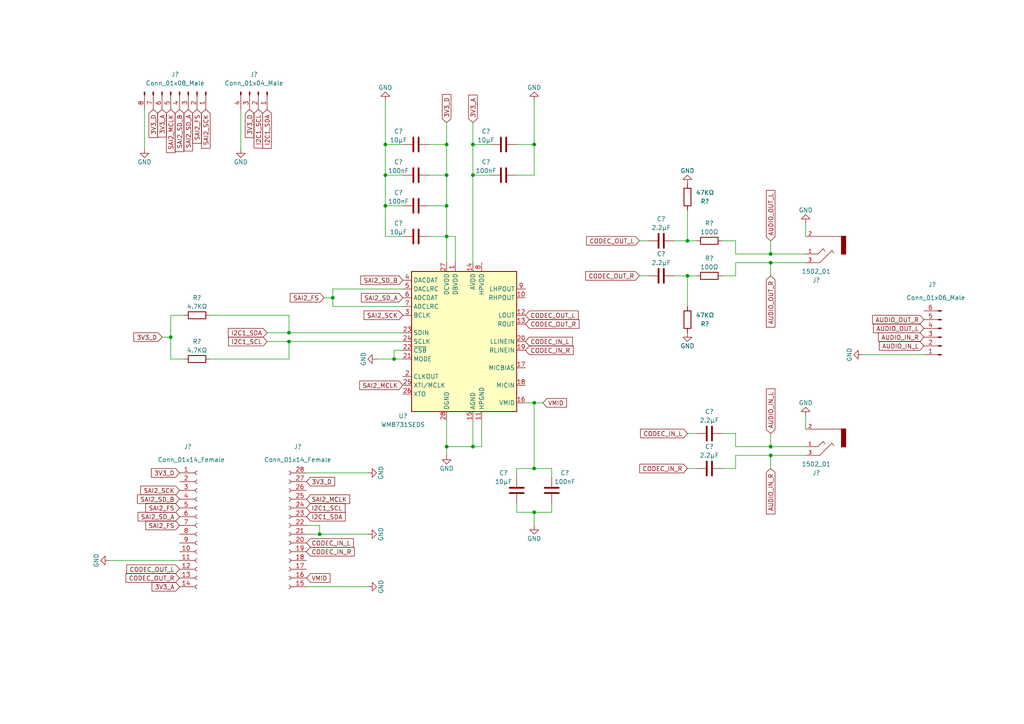
<source format=kicad_sch>
(kicad_sch (version 20211123) (generator eeschema)
  (paper "A4")
  (title_block (title "Daisy Seed Development Kit External Codec") (date "2023-11-08") (rev "1.0.1"))
  (lib_symbols
    (symbol "1502_01:1502_01" (pin_names (offset 1.016))
      (property "Reference" "J4" (at -2.0189 10.16 0))
      (property "Value" "1502_01" (at -2.0189 7.62 0))
      (symbol "1502_01_0_0"
        (polyline (pts (xy -2.54 -2.54) (xy 5.207 -2.54)) (stroke (width 0.1524)))
        (polyline (pts (xy -2.54 2.54) (xy -1.524 2.54)) (stroke (width 0.1524)))
        (polyline (pts (xy -2.54 5.08) (xy -1.016 5.08)) (stroke (width 0.1524)))
        (polyline (pts (xy -1.524 2.54) (xy 0 1.016)) (stroke (width 0.1524)))
        (polyline (pts (xy -1.016 5.08) (xy 2.54 1.524)) (stroke (width 0.1524)))
        (polyline (pts (xy 0 1.016) (xy 0.508 1.778)) (stroke (width 0.1524)))
        (polyline (pts (xy 2.54 1.524) (xy 3.048 2.286)) (stroke (width 0.1524)))
        (rectangle (start 5.207 -2.667) (end 6.604 2.667) (stroke (width 0.1)) (fill (type outline)))
        (pin passive line (at -5.08 2.54 0) (length 2.54) (name "~") (number "1"))
        (pin passive line (at -5.08 -2.54 0) (length 2.54) (name "~") (number "2"))
        (pin passive line (at -5.08 5.08 0) (length 2.54) (name "~") (number "3"))
      )
    )
    (symbol "1502_01_1" (pin_names (offset 1.016))
      (property "Reference" "J3" (at -2.0189 10.16 0))
      (property "Value" "1502_01" (at -2.0189 7.62 0))
      (symbol "1502_01_1_0_0"
        (polyline (pts (xy -2.54 -2.54) (xy 5.207 -2.54)) (stroke (width 0.1524)))
        (polyline (pts (xy -2.54 2.54) (xy -1.524 2.54)) (stroke (width 0.1524)))
        (polyline (pts (xy -2.54 5.08) (xy -1.016 5.08)) (stroke (width 0.1524)))
        (polyline (pts (xy -1.524 2.54) (xy 0 1.016)) (stroke (width 0.1524)))
        (polyline (pts (xy -1.016 5.08) (xy 2.54 1.524)) (stroke (width 0.1524)))
        (polyline (pts (xy 0 1.016) (xy 0.508 1.778)) (stroke (width 0.1524)))
        (polyline (pts (xy 2.54 1.524) (xy 3.048 2.286)) (stroke (width 0.1524)))
        (rectangle (start 5.207 -2.667) (end 6.604 2.667) (stroke (width 0.1)) (fill (type outline)))
        (pin passive line (at -5.08 2.54 0) (length 2.54) (name "~") (number "1"))
        (pin passive line (at -5.08 -2.54 0) (length 2.54) (name "~") (number "2"))
        (pin passive line (at -5.08 5.08 0) (length 2.54) (name "~") (number "3"))
      )
    )
    (symbol "Audio:WM8731SEDS"
      (property "Reference" "U" (at -13.97 21.59 0))
      (property "Value" "WM8731SEDS" (at 0 5.08 0))
      (symbol "WM8731SEDS_0_1"
        (rectangle (start -15.24 20.32) (end 15.24 -20.32) (stroke (width 0.254)) (fill (type background)))
      )
      (symbol "WM8731SEDS_1_1"
        (pin power_in line (at -2.54 22.86 270) (length 2.54) (name "DBVDD") (number "1"))
        (pin output line (at 17.78 12.7 180) (length 2.54) (name "RHPOUT") (number "10"))
        (pin power_in line (at 5.08 -22.86 90) (length 2.54) (name "HPGND") (number "11"))
        (pin output line (at 17.78 7.62 180) (length 2.54) (name "LOUT") (number "12"))
        (pin output line (at 17.78 5.08 180) (length 2.54) (name "ROUT") (number "13"))
        (pin power_in line (at 2.54 22.86 270) (length 2.54) (name "AVDD") (number "14"))
        (pin power_in line (at 2.54 -22.86 90) (length 2.54) (name "AGND") (number "15"))
        (pin passive line (at 17.78 -17.78 180) (length 2.54) (name "VMID") (number "16"))
        (pin output line (at 17.78 -7.62 180) (length 2.54) (name "MICBIAS") (number "17"))
        (pin input line (at 17.78 -12.7 180) (length 2.54) (name "MICIN") (number "18"))
        (pin input line (at 17.78 -2.54 180) (length 2.54) (name "RLINEIN") (number "19"))
        (pin output line (at -17.78 -10.16 0) (length 2.54) (name "CLKOUT") (number "2"))
        (pin input line (at 17.78 0 180) (length 2.54) (name "LLINEIN") (number "20"))
        (pin input line (at -17.78 -5.08 0) (length 2.54) (name "MODE") (number "21"))
        (pin input line (at -17.78 -2.54 0) (length 2.54) (name "~{CSB}") (number "22"))
        (pin bidirectional line (at -17.78 2.54 0) (length 2.54) (name "SDIN") (number "23"))
        (pin input line (at -17.78 0 0) (length 2.54) (name "SCLK") (number "24"))
        (pin input line (at -17.78 -12.7 0) (length 2.54) (name "XTI/MCLK") (number "25"))
        (pin output line (at -17.78 -15.24 0) (length 2.54) (name "XTO") (number "26"))
        (pin power_in line (at -5.08 22.86 270) (length 2.54) (name "DCVDD") (number "27"))
        (pin power_in line (at -5.08 -22.86 90) (length 2.54) (name "DGND") (number "28"))
        (pin bidirectional line (at -17.78 7.62 0) (length 2.54) (name "BCLK") (number "3"))
        (pin input line (at -17.78 17.78 0) (length 2.54) (name "DACDAT") (number "4"))
        (pin bidirectional line (at -17.78 15.24 0) (length 2.54) (name "DACLRC") (number "5"))
        (pin output line (at -17.78 12.7 0) (length 2.54) (name "ADCDAT") (number "6"))
        (pin bidirectional line (at -17.78 10.16 0) (length 2.54) (name "ADCLRC") (number "7"))
        (pin power_in line (at 5.08 22.86 270) (length 2.54) (name "HPVDD") (number "8"))
        (pin output line (at 17.78 15.24 180) (length 2.54) (name "LHPOUT") (number "9"))
      )
    )
    (symbol "Conn_01x14_Female_1" (pin_names (offset 1.016) hide)
      (property "Reference" "J?" (at 2.54 25.4 0))
      (property "Value" "Conn_01x14_Female_1" (at 2.54 21.59 0))
      (symbol "Conn_01x14_Female_1_1_1"
        (arc (start 0 -17.272) (mid -0.508 -17.78) (end 0 -18.288) (stroke (width 0.1524)))
        (arc (start 0 -14.732) (mid -0.508 -15.24) (end 0 -15.748) (stroke (width 0.1524)))
        (arc (start 0 -12.192) (mid -0.508 -12.7) (end 0 -13.208) (stroke (width 0.1524)))
        (arc (start 0 -9.652) (mid -0.508 -10.16) (end 0 -10.668) (stroke (width 0.1524)))
        (arc (start 0 -7.112) (mid -0.508 -7.62) (end 0 -8.128) (stroke (width 0.1524)))
        (arc (start 0 -4.572) (mid -0.508 -5.08) (end 0 -5.588) (stroke (width 0.1524)))
        (arc (start 0 -2.032) (mid -0.508 -2.54) (end 0 -3.048) (stroke (width 0.1524)))
        (polyline (pts (xy -1.27 -17.78) (xy -0.508 -17.78)) (stroke (width 0.1524)))
        (polyline (pts (xy -1.27 -15.24) (xy -0.508 -15.24)) (stroke (width 0.1524)))
        (polyline (pts (xy -1.27 -12.7) (xy -0.508 -12.7)) (stroke (width 0.1524)))
        (polyline (pts (xy -1.27 -10.16) (xy -0.508 -10.16)) (stroke (width 0.1524)))
        (polyline (pts (xy -1.27 -7.62) (xy -0.508 -7.62)) (stroke (width 0.1524)))
        (polyline (pts (xy -1.27 -5.08) (xy -0.508 -5.08)) (stroke (width 0.1524)))
        (polyline (pts (xy -1.27 -2.54) (xy -0.508 -2.54)) (stroke (width 0.1524)))
        (polyline (pts (xy -1.27 0) (xy -0.508 0)) (stroke (width 0.1524)))
        (polyline (pts (xy -1.27 2.54) (xy -0.508 2.54)) (stroke (width 0.1524)))
        (polyline (pts (xy -1.27 5.08) (xy -0.508 5.08)) (stroke (width 0.1524)))
        (polyline (pts (xy -1.27 7.62) (xy -0.508 7.62)) (stroke (width 0.1524)))
        (polyline (pts (xy -1.27 10.16) (xy -0.508 10.16)) (stroke (width 0.1524)))
        (polyline (pts (xy -1.27 12.7) (xy -0.508 12.7)) (stroke (width 0.1524)))
        (polyline (pts (xy -1.27 15.24) (xy -0.508 15.24)) (stroke (width 0.1524)))
        (arc (start 0 0.508) (mid -0.508 0) (end 0 -0.508) (stroke (width 0.1524)))
        (arc (start 0 3.048) (mid -0.508 2.54) (end 0 2.032) (stroke (width 0.1524)))
        (arc (start 0 5.588) (mid -0.508 5.08) (end 0 4.572) (stroke (width 0.1524)))
        (arc (start 0 8.128) (mid -0.508 7.62) (end 0 7.112) (stroke (width 0.1524)))
        (arc (start 0 10.668) (mid -0.508 10.16) (end 0 9.652) (stroke (width 0.1524)))
        (arc (start 0 13.208) (mid -0.508 12.7) (end 0 12.192) (stroke (width 0.1524)))
        (arc (start 0 15.748) (mid -0.508 15.24) (end 0 14.732) (stroke (width 0.1524)))
        (pin passive line (at -5.08 15.24 0) (length 3.81) (name "Pin_1") (number "15"))
        (pin passive line (at -5.08 12.7 0) (length 3.81) (name "Pin_2") (number "16"))
        (pin passive line (at -5.08 10.16 0) (length 3.81) (name "Pin_3") (number "17"))
        (pin passive line (at -5.08 7.62 0) (length 3.81) (name "Pin_4") (number "18"))
        (pin passive line (at -5.08 5.08 0) (length 3.81) (name "Pin_5") (number "19"))
        (pin passive line (at -5.08 2.54 0) (length 3.81) (name "Pin_6") (number "20"))
        (pin passive line (at -5.08 0 0) (length 3.81) (name "Pin_7") (number "21"))
        (pin passive line (at -5.08 -2.54 0) (length 3.81) (name "Pin_8") (number "22"))
        (pin passive line (at -5.08 -5.08 0) (length 3.81) (name "Pin_9") (number "23"))
        (pin passive line (at -5.08 -7.62 0) (length 3.81) (name "Pin_10") (number "24"))
        (pin passive line (at -5.08 -10.16 0) (length 3.81) (name "Pin_11") (number "25"))
        (pin passive line (at -5.08 -12.7 0) (length 3.81) (name "Pin_12") (number "26"))
        (pin passive line (at -5.08 -15.24 0) (length 3.81) (name "Pin_13") (number "27"))
        (pin passive line (at -5.08 -17.78 0) (length 3.81) (name "Pin_14") (number "28"))
      )
    )
    (symbol "Connector:Conn_01x04_Male" (pin_names (offset 1.016) hide)
      (property "Reference" "J" (at 0 5.08 0))
      (property "Value" "Conn_01x04_Male" (at 0 -7.62 0))
      (symbol "Conn_01x04_Male_1_1"
        (polyline (pts (xy 1.27 -5.08) (xy 0.8636 -5.08)) (stroke (width 0.1524)))
        (polyline (pts (xy 1.27 -2.54) (xy 0.8636 -2.54)) (stroke (width 0.1524)))
        (polyline (pts (xy 1.27 0) (xy 0.8636 0)) (stroke (width 0.1524)))
        (polyline (pts (xy 1.27 2.54) (xy 0.8636 2.54)) (stroke (width 0.1524)))
        (rectangle (start 0.8636 -4.953) (end 0 -5.207) (stroke (width 0.1524)) (fill (type outline)))
        (rectangle (start 0.8636 -2.413) (end 0 -2.667) (stroke (width 0.1524)) (fill (type outline)))
        (rectangle (start 0.8636 0.127) (end 0 -0.127) (stroke (width 0.1524)) (fill (type outline)))
        (rectangle (start 0.8636 2.667) (end 0 2.413) (stroke (width 0.1524)) (fill (type outline)))
        (pin passive line (at 5.08 2.54 180) (length 3.81) (name "Pin_1") (number "1"))
        (pin passive line (at 5.08 0 180) (length 3.81) (name "Pin_2") (number "2"))
        (pin passive line (at 5.08 -2.54 180) (length 3.81) (name "Pin_3") (number "3"))
        (pin passive line (at 5.08 -5.08 180) (length 3.81) (name "Pin_4") (number "4"))
      )
    )
    (symbol "Connector:Conn_01x06_Male" (pin_names (offset 1.016) hide)
      (property "Reference" "J" (at 0 7.62 0))
      (property "Value" "Conn_01x06_Male" (at 0 -10.16 0))
      (symbol "Conn_01x06_Male_1_1"
        (polyline (pts (xy 1.27 -7.62) (xy 0.8636 -7.62)) (stroke (width 0.1524)))
        (polyline (pts (xy 1.27 -5.08) (xy 0.8636 -5.08)) (stroke (width 0.1524)))
        (polyline (pts (xy 1.27 -2.54) (xy 0.8636 -2.54)) (stroke (width 0.1524)))
        (polyline (pts (xy 1.27 0) (xy 0.8636 0)) (stroke (width 0.1524)))
        (polyline (pts (xy 1.27 2.54) (xy 0.8636 2.54)) (stroke (width 0.1524)))
        (polyline (pts (xy 1.27 5.08) (xy 0.8636 5.08)) (stroke (width 0.1524)))
        (rectangle (start 0.8636 -7.493) (end 0 -7.747) (stroke (width 0.1524)) (fill (type outline)))
        (rectangle (start 0.8636 -4.953) (end 0 -5.207) (stroke (width 0.1524)) (fill (type outline)))
        (rectangle (start 0.8636 -2.413) (end 0 -2.667) (stroke (width 0.1524)) (fill (type outline)))
        (rectangle (start 0.8636 0.127) (end 0 -0.127) (stroke (width 0.1524)) (fill (type outline)))
        (rectangle (start 0.8636 2.667) (end 0 2.413) (stroke (width 0.1524)) (fill (type outline)))
        (rectangle (start 0.8636 5.207) (end 0 4.953) (stroke (width 0.1524)) (fill (type outline)))
        (pin passive line (at 5.08 5.08 180) (length 3.81) (name "Pin_1") (number "1"))
        (pin passive line (at 5.08 2.54 180) (length 3.81) (name "Pin_2") (number "2"))
        (pin passive line (at 5.08 0 180) (length 3.81) (name "Pin_3") (number "3"))
        (pin passive line (at 5.08 -2.54 180) (length 3.81) (name "Pin_4") (number "4"))
        (pin passive line (at 5.08 -5.08 180) (length 3.81) (name "Pin_5") (number "5"))
        (pin passive line (at 5.08 -7.62 180) (length 3.81) (name "Pin_6") (number "6"))
      )
    )
    (symbol "Connector:Conn_01x08_Male" (pin_names (offset 1.016) hide)
      (property "Reference" "J" (at 0 10.16 0))
      (property "Value" "Conn_01x08_Male" (at 0 -12.7 0))
      (symbol "Conn_01x08_Male_1_1"
        (polyline (pts (xy 1.27 -10.16) (xy 0.8636 -10.16)) (stroke (width 0.1524)))
        (polyline (pts (xy 1.27 -7.62) (xy 0.8636 -7.62)) (stroke (width 0.1524)))
        (polyline (pts (xy 1.27 -5.08) (xy 0.8636 -5.08)) (stroke (width 0.1524)))
        (polyline (pts (xy 1.27 -2.54) (xy 0.8636 -2.54)) (stroke (width 0.1524)))
        (polyline (pts (xy 1.27 0) (xy 0.8636 0)) (stroke (width 0.1524)))
        (polyline (pts (xy 1.27 2.54) (xy 0.8636 2.54)) (stroke (width 0.1524)))
        (polyline (pts (xy 1.27 5.08) (xy 0.8636 5.08)) (stroke (width 0.1524)))
        (polyline (pts (xy 1.27 7.62) (xy 0.8636 7.62)) (stroke (width 0.1524)))
        (rectangle (start 0.8636 -10.033) (end 0 -10.287) (stroke (width 0.1524)) (fill (type outline)))
        (rectangle (start 0.8636 -7.493) (end 0 -7.747) (stroke (width 0.1524)) (fill (type outline)))
        (rectangle (start 0.8636 -4.953) (end 0 -5.207) (stroke (width 0.1524)) (fill (type outline)))
        (rectangle (start 0.8636 -2.413) (end 0 -2.667) (stroke (width 0.1524)) (fill (type outline)))
        (rectangle (start 0.8636 0.127) (end 0 -0.127) (stroke (width 0.1524)) (fill (type outline)))
        (rectangle (start 0.8636 2.667) (end 0 2.413) (stroke (width 0.1524)) (fill (type outline)))
        (rectangle (start 0.8636 5.207) (end 0 4.953) (stroke (width 0.1524)) (fill (type outline)))
        (rectangle (start 0.8636 7.747) (end 0 7.493) (stroke (width 0.1524)) (fill (type outline)))
        (pin passive line (at 5.08 7.62 180) (length 3.81) (name "Pin_1") (number "1"))
        (pin passive line (at 5.08 5.08 180) (length 3.81) (name "Pin_2") (number "2"))
        (pin passive line (at 5.08 2.54 180) (length 3.81) (name "Pin_3") (number "3"))
        (pin passive line (at 5.08 0 180) (length 3.81) (name "Pin_4") (number "4"))
        (pin passive line (at 5.08 -2.54 180) (length 3.81) (name "Pin_5") (number "5"))
        (pin passive line (at 5.08 -5.08 180) (length 3.81) (name "Pin_6") (number "6"))
        (pin passive line (at 5.08 -7.62 180) (length 3.81) (name "Pin_7") (number "7"))
        (pin passive line (at 5.08 -10.16 180) (length 3.81) (name "Pin_8") (number "8"))
      )
    )
    (symbol "Connector:Conn_01x14_Female" (pin_names (offset 1.016) hide)
      (property "Reference" "J" (at 0 17.78 0))
      (property "Value" "Conn_01x14_Female" (at 0 -20.32 0))
      (symbol "Conn_01x14_Female_1_1"
        (arc (start 0 -17.272) (mid -0.508 -17.78) (end 0 -18.288) (stroke (width 0.1524)))
        (arc (start 0 -14.732) (mid -0.508 -15.24) (end 0 -15.748) (stroke (width 0.1524)))
        (arc (start 0 -12.192) (mid -0.508 -12.7) (end 0 -13.208) (stroke (width 0.1524)))
        (arc (start 0 -9.652) (mid -0.508 -10.16) (end 0 -10.668) (stroke (width 0.1524)))
        (arc (start 0 -7.112) (mid -0.508 -7.62) (end 0 -8.128) (stroke (width 0.1524)))
        (arc (start 0 -4.572) (mid -0.508 -5.08) (end 0 -5.588) (stroke (width 0.1524)))
        (arc (start 0 -2.032) (mid -0.508 -2.54) (end 0 -3.048) (stroke (width 0.1524)))
        (polyline (pts (xy -1.27 -17.78) (xy -0.508 -17.78)) (stroke (width 0.1524)))
        (polyline (pts (xy -1.27 -15.24) (xy -0.508 -15.24)) (stroke (width 0.1524)))
        (polyline (pts (xy -1.27 -12.7) (xy -0.508 -12.7)) (stroke (width 0.1524)))
        (polyline (pts (xy -1.27 -10.16) (xy -0.508 -10.16)) (stroke (width 0.1524)))
        (polyline (pts (xy -1.27 -7.62) (xy -0.508 -7.62)) (stroke (width 0.1524)))
        (polyline (pts (xy -1.27 -5.08) (xy -0.508 -5.08)) (stroke (width 0.1524)))
        (polyline (pts (xy -1.27 -2.54) (xy -0.508 -2.54)) (stroke (width 0.1524)))
        (polyline (pts (xy -1.27 0) (xy -0.508 0)) (stroke (width 0.1524)))
        (polyline (pts (xy -1.27 2.54) (xy -0.508 2.54)) (stroke (width 0.1524)))
        (polyline (pts (xy -1.27 5.08) (xy -0.508 5.08)) (stroke (width 0.1524)))
        (polyline (pts (xy -1.27 7.62) (xy -0.508 7.62)) (stroke (width 0.1524)))
        (polyline (pts (xy -1.27 10.16) (xy -0.508 10.16)) (stroke (width 0.1524)))
        (polyline (pts (xy -1.27 12.7) (xy -0.508 12.7)) (stroke (width 0.1524)))
        (polyline (pts (xy -1.27 15.24) (xy -0.508 15.24)) (stroke (width 0.1524)))
        (arc (start 0 0.508) (mid -0.508 0) (end 0 -0.508) (stroke (width 0.1524)))
        (arc (start 0 3.048) (mid -0.508 2.54) (end 0 2.032) (stroke (width 0.1524)))
        (arc (start 0 5.588) (mid -0.508 5.08) (end 0 4.572) (stroke (width 0.1524)))
        (arc (start 0 8.128) (mid -0.508 7.62) (end 0 7.112) (stroke (width 0.1524)))
        (arc (start 0 10.668) (mid -0.508 10.16) (end 0 9.652) (stroke (width 0.1524)))
        (arc (start 0 13.208) (mid -0.508 12.7) (end 0 12.192) (stroke (width 0.1524)))
        (arc (start 0 15.748) (mid -0.508 15.24) (end 0 14.732) (stroke (width 0.1524)))
        (pin passive line (at -5.08 15.24 0) (length 3.81) (name "Pin_1") (number "1"))
        (pin passive line (at -5.08 -7.62 0) (length 3.81) (name "Pin_10") (number "10"))
        (pin passive line (at -5.08 -10.16 0) (length 3.81) (name "Pin_11") (number "11"))
        (pin passive line (at -5.08 -12.7 0) (length 3.81) (name "Pin_12") (number "12"))
        (pin passive line (at -5.08 -15.24 0) (length 3.81) (name "Pin_13") (number "13"))
        (pin passive line (at -5.08 -17.78 0) (length 3.81) (name "Pin_14") (number "14"))
        (pin passive line (at -5.08 12.7 0) (length 3.81) (name "Pin_2") (number "2"))
        (pin passive line (at -5.08 10.16 0) (length 3.81) (name "Pin_3") (number "3"))
        (pin passive line (at -5.08 7.62 0) (length 3.81) (name "Pin_4") (number "4"))
        (pin passive line (at -5.08 5.08 0) (length 3.81) (name "Pin_5") (number "5"))
        (pin passive line (at -5.08 2.54 0) (length 3.81) (name "Pin_6") (number "6"))
        (pin passive line (at -5.08 0 0) (length 3.81) (name "Pin_7") (number "7"))
        (pin passive line (at -5.08 -2.54 0) (length 3.81) (name "Pin_8") (number "8"))
        (pin passive line (at -5.08 -5.08 0) (length 3.81) (name "Pin_9") (number "9"))
      )
    )
    (symbol "Device:C" (pin_numbers hide) (pin_names (offset 0.254))
      (property "Reference" "C" (at 0.635 2.54 0))
      (property "Value" "C" (at 0.635 -2.54 0))
      (symbol "C_0_1"
        (polyline (pts (xy -2.032 -0.762) (xy 2.032 -0.762)) (stroke (width 0.508)))
        (polyline (pts (xy -2.032 0.762) (xy 2.032 0.762)) (stroke (width 0.508)))
      )
      (symbol "C_1_1"
        (pin passive line (at 0 3.81 270) (length 2.794) (name "~") (number "1"))
        (pin passive line (at 0 -3.81 90) (length 2.794) (name "~") (number "2"))
      )
    )
    (symbol "Device:R" (pin_numbers hide) (pin_names (offset 0))
      (property "Reference" "R" (at 2.032 0 90))
      (property "Value" "R" (at 0 0 90))
      (symbol "R_0_1"
        (rectangle (start -1.016 -2.54) (end 1.016 2.54) (stroke (width 0.254)))
      )
      (symbol "R_1_1"
        (pin passive line (at 0 3.81 270) (length 1.27) (name "~") (number "1"))
        (pin passive line (at 0 -3.81 90) (length 1.27) (name "~") (number "2"))
      )
    )
    (symbol "power:GND" (power) (pin_names (offset 0))
      (property "Value" "GND" (at 0 -3.81 0))
      (symbol "GND_0_1"
        (polyline (pts (xy 0 0) (xy 0 -1.27) (xy 1.27 -1.27) (xy 0 -2.54) (xy -1.27 -1.27) (xy 0 -1.27)))
      )
      (symbol "GND_1_1"
        (pin power_in line (at 0 0 270) (length 0) hide (name "GND") (number "1"))
      )
    )
  )
  (junction (at 154.94 148.59))
  (junction (at 49.53 97.79))
  (junction (at 154.94 135.89))
  (junction (at 223.52 73.66))
  (junction (at 111.76 41.91))
  (junction (at 154.94 116.84))
  (junction (at 137.16 50.8))
  (junction (at 223.52 129.54))
  (junction (at 111.76 59.69))
  (junction (at 129.54 59.69))
  (junction (at 83.82 96.52))
  (junction (at 92.71 154.94))
  (junction (at 199.39 69.85))
  (junction (at 96.52 86.36))
  (junction (at 137.16 41.91))
  (junction (at 129.54 68.58))
  (junction (at 83.82 99.06))
  (junction (at 199.39 80.01))
  (junction (at 129.54 41.91))
  (junction (at 137.16 129.54))
  (junction (at 129.54 50.8))
  (junction (at 154.94 41.91))
  (junction (at 129.54 129.54))
  (junction (at 223.52 132.08))
  (junction (at 114.3 104.14))
  (junction (at 223.52 76.2))
  (junction (at 111.76 50.8))
  (wire (pts (xy 199.39 125.73) (xy 201.93 125.73)))
  (wire (pts (xy 199.39 69.85) (xy 199.39 60.96)))
  (wire (pts (xy 124.46 68.58) (xy 129.54 68.58)))
  (wire (pts (xy 88.9 154.94) (xy 92.71 154.94)))
  (wire (pts (xy 160.02 148.59) (xy 160.02 146.05)))
  (wire (pts (xy 154.94 41.91) (xy 154.94 50.8)))
  (wire (pts (xy 137.16 129.54) (xy 129.54 129.54)))
  (wire (pts (xy 213.36 69.85) (xy 209.55 69.85)))
  (wire (pts (xy 49.53 91.44) (xy 49.53 97.79)))
  (wire (pts (xy 154.94 135.89) (xy 154.94 116.84)))
  (wire (pts (xy 137.16 50.8) (xy 142.24 50.8)))
  (wire (pts (xy 137.16 121.92) (xy 137.16 129.54)))
  (wire (pts (xy 114.3 104.14) (xy 116.84 104.14)))
  (wire (pts (xy 109.22 104.14) (xy 114.3 104.14)))
  (wire (pts (xy 199.39 135.89) (xy 201.93 135.89)))
  (wire (pts (xy 149.86 135.89) (xy 149.86 138.43)))
  (wire (pts (xy 137.16 41.91) (xy 137.16 50.8)))
  (wire (pts (xy 149.86 50.8) (xy 154.94 50.8)))
  (wire (pts (xy 96.52 83.82) (xy 96.52 86.36)))
  (wire (pts (xy 209.55 80.01) (xy 213.36 80.01)))
  (wire (pts (xy 213.36 129.54) (xy 213.36 125.73)))
  (wire (pts (xy 149.86 148.59) (xy 154.94 148.59)))
  (wire (pts (xy 185.42 80.01) (xy 187.96 80.01)))
  (wire (pts (xy 83.82 99.06) (xy 116.84 99.06)))
  (wire (pts (xy 149.86 135.89) (xy 154.94 135.89)))
  (wire (pts (xy 111.76 59.69) (xy 111.76 68.58)))
  (wire (pts (xy 83.82 96.52) (xy 116.84 96.52)))
  (wire (pts (xy 199.39 80.01) (xy 199.39 88.9)))
  (wire (pts (xy 233.68 120.65) (xy 233.68 124.46)))
  (wire (pts (xy 96.52 88.9) (xy 116.84 88.9)))
  (wire (pts (xy 46.99 97.79) (xy 49.53 97.79)))
  (wire (pts (xy 111.76 68.58) (xy 116.84 68.58)))
  (wire (pts (xy 233.68 76.2) (xy 223.52 76.2)))
  (wire (pts (xy 137.16 35.56) (xy 137.16 41.91)))
  (wire (pts (xy 114.3 101.6) (xy 114.3 104.14)))
  (wire (pts (xy 195.58 80.01) (xy 199.39 80.01)))
  (wire (pts (xy 129.54 59.69) (xy 129.54 68.58)))
  (wire (pts (xy 209.55 135.89) (xy 213.36 135.89)))
  (wire (pts (xy 223.52 76.2) (xy 213.36 76.2)))
  (wire (pts (xy 185.42 69.85) (xy 187.96 69.85)))
  (wire (pts (xy 116.84 83.82) (xy 96.52 83.82)))
  (wire (pts (xy 49.53 104.14) (xy 53.34 104.14)))
  (wire (pts (xy 213.36 125.73) (xy 209.55 125.73)))
  (wire (pts (xy 111.76 50.8) (xy 111.76 59.69)))
  (wire (pts (xy 111.76 41.91) (xy 111.76 50.8)))
  (wire (pts (xy 124.46 41.91) (xy 129.54 41.91)))
  (wire (pts (xy 31.75 162.56) (xy 52.07 162.56)))
  (wire (pts (xy 129.54 121.92) (xy 129.54 129.54)))
  (wire (pts (xy 154.94 135.89) (xy 160.02 135.89)))
  (wire (pts (xy 137.16 41.91) (xy 142.24 41.91)))
  (wire (pts (xy 77.47 99.06) (xy 83.82 99.06)))
  (wire (pts (xy 83.82 104.14) (xy 83.82 99.06)))
  (wire (pts (xy 77.47 96.52) (xy 83.82 96.52)))
  (wire (pts (xy 129.54 35.56) (xy 129.54 41.91)))
  (wire (pts (xy 124.46 50.8) (xy 129.54 50.8)))
  (wire (pts (xy 92.71 154.94) (xy 92.71 152.4)))
  (wire (pts (xy 154.94 148.59) (xy 154.94 152.4)))
  (wire (pts (xy 250.19 102.87) (xy 267.97 102.87)))
  (wire (pts (xy 223.52 132.08) (xy 223.52 135.89)))
  (wire (pts (xy 199.39 69.85) (xy 201.93 69.85)))
  (wire (pts (xy 88.9 152.4) (xy 92.71 152.4)))
  (wire (pts (xy 223.52 132.08) (xy 233.68 132.08)))
  (wire (pts (xy 199.39 80.01) (xy 201.93 80.01)))
  (wire (pts (xy 111.76 50.8) (xy 116.84 50.8)))
  (wire (pts (xy 49.53 97.79) (xy 49.53 104.14)))
  (wire (pts (xy 129.54 68.58) (xy 129.54 76.2)))
  (wire (pts (xy 213.36 76.2) (xy 213.36 80.01)))
  (wire (pts (xy 154.94 148.59) (xy 160.02 148.59)))
  (wire (pts (xy 60.96 91.44) (xy 83.82 91.44)))
  (wire (pts (xy 106.68 170.18) (xy 88.9 170.18)))
  (wire (pts (xy 152.4 116.84) (xy 154.94 116.84)))
  (wire (pts (xy 129.54 68.58) (xy 132.08 68.58)))
  (wire (pts (xy 124.46 59.69) (xy 129.54 59.69)))
  (wire (pts (xy 116.84 101.6) (xy 114.3 101.6)))
  (wire (pts (xy 213.36 73.66) (xy 223.52 73.66)))
  (wire (pts (xy 223.52 125.73) (xy 223.52 129.54)))
  (wire (pts (xy 41.91 31.75) (xy 41.91 43.18)))
  (wire (pts (xy 213.36 73.66) (xy 213.36 69.85)))
  (wire (pts (xy 111.76 59.69) (xy 116.84 59.69)))
  (wire (pts (xy 60.96 104.14) (xy 83.82 104.14)))
  (wire (pts (xy 49.53 91.44) (xy 53.34 91.44)))
  (wire (pts (xy 137.16 50.8) (xy 137.16 76.2)))
  (wire (pts (xy 154.94 116.84) (xy 157.48 116.84)))
  (wire (pts (xy 223.52 69.85) (xy 223.52 73.66)))
  (wire (pts (xy 129.54 50.8) (xy 129.54 59.69)))
  (wire (pts (xy 129.54 41.91) (xy 129.54 50.8)))
  (wire (pts (xy 69.85 31.75) (xy 69.85 43.18)))
  (wire (pts (xy 223.52 76.2) (xy 223.52 80.01)))
  (wire (pts (xy 213.36 135.89) (xy 213.36 132.08)))
  (wire (pts (xy 88.9 137.16) (xy 106.68 137.16)))
  (wire (pts (xy 92.71 154.94) (xy 106.68 154.94)))
  (wire (pts (xy 233.68 64.77) (xy 233.68 68.58)))
  (wire (pts (xy 139.7 129.54) (xy 137.16 129.54)))
  (wire (pts (xy 223.52 129.54) (xy 233.68 129.54)))
  (wire (pts (xy 213.36 132.08) (xy 223.52 132.08)))
  (wire (pts (xy 96.52 86.36) (xy 96.52 88.9)))
  (wire (pts (xy 93.98 86.36) (xy 96.52 86.36)))
  (wire (pts (xy 154.94 29.21) (xy 154.94 41.91)))
  (wire (pts (xy 83.82 91.44) (xy 83.82 96.52)))
  (wire (pts (xy 139.7 121.92) (xy 139.7 129.54)))
  (wire (pts (xy 129.54 129.54) (xy 129.54 132.08)))
  (wire (pts (xy 223.52 73.66) (xy 233.68 73.66)))
  (wire (pts (xy 132.08 76.2) (xy 132.08 68.58)))
  (wire (pts (xy 160.02 135.89) (xy 160.02 138.43)))
  (wire (pts (xy 149.86 41.91) (xy 154.94 41.91)))
  (wire (pts (xy 213.36 129.54) (xy 223.52 129.54)))
  (wire (pts (xy 195.58 69.85) (xy 199.39 69.85)))
  (wire (pts (xy 149.86 148.59) (xy 149.86 146.05)))
  (wire (pts (xy 111.76 41.91) (xy 116.84 41.91)))
  (wire (pts (xy 111.76 29.21) (xy 111.76 41.91)))
  (global_label "I2C1_SDA" (shape input) (at 77.47 31.75 270) (property "Intersheet References" "${INTERSHEET_REFS}" (effects hide)))
  (global_label "CODEC_IN_R" (shape input) (at 152.4 101.6 0) (property "Intersheet References" "${INTERSHEET_REFS}" (effects hide)))
  (global_label "SAI2_SD_B" (shape input) (at 52.07 144.78 180) (property "Intersheet References" "${INTERSHEET_REFS}" (effects hide)))
  (global_label "3V3_A" (shape input) (at 137.16 35.56 90) (property "Intersheet References" "${INTERSHEET_REFS}" (effects hide)))
  (global_label "AUDIO_IN_R" (shape input) (at 223.52 135.89 270) (property "Intersheet References" "${INTERSHEET_REFS}" (effects hide)))
  (global_label "VMID" (shape input) (at 88.9 167.64 0) (property "Intersheet References" "${INTERSHEET_REFS}" (effects hide)))
  (global_label "AUDIO_OUT_R" (shape input) (at 267.97 92.71 180) (property "Intersheet References" "${INTERSHEET_REFS}" (effects hide)))
  (global_label "I2C1_SCL" (shape input) (at 74.93 31.75 270) (property "Intersheet References" "${INTERSHEET_REFS}" (effects hide)))
  (global_label "SAI2_SD_A" (shape input) (at 116.84 86.36 180) (property "Intersheet References" "${INTERSHEET_REFS}" (effects hide)))
  (global_label "SAI2_MCLK" (shape input) (at 116.84 111.76 180) (property "Intersheet References" "${INTERSHEET_REFS}" (effects hide)))
  (global_label "SAI2_FS" (shape input) (at 52.07 147.32 180) (property "Intersheet References" "${INTERSHEET_REFS}" (effects hide)))
  (global_label "I2C1_SDA" (shape input) (at 77.47 96.52 180) (property "Intersheet References" "${INTERSHEET_REFS}" (effects hide)))
  (global_label "AUDIO_OUT_R" (shape input) (at 223.52 80.01 270) (property "Intersheet References" "${INTERSHEET_REFS}" (effects hide)))
  (global_label "I2C1_SDA" (shape input) (at 88.9 149.86 0) (property "Intersheet References" "${INTERSHEET_REFS}" (effects hide)))
  (global_label "SAI2_FS" (shape input) (at 93.98 86.36 180) (property "Intersheet References" "${INTERSHEET_REFS}" (effects hide)))
  (global_label "AUDIO_OUT_L" (shape input) (at 267.97 95.25 180) (property "Intersheet References" "${INTERSHEET_REFS}" (effects hide)))
  (global_label "SAI2_SD_A" (shape input) (at 52.07 149.86 180) (property "Intersheet References" "${INTERSHEET_REFS}" (effects hide)))
  (global_label "3V3_D" (shape input) (at 88.9 139.7 0) (property "Intersheet References" "${INTERSHEET_REFS}" (effects hide)))
  (global_label "CODEC_OUT_L" (shape input) (at 152.4 91.44 0) (property "Intersheet References" "${INTERSHEET_REFS}" (effects hide)))
  (global_label "CODEC_OUT_R" (shape input) (at 185.42 80.01 180) (property "Intersheet References" "${INTERSHEET_REFS}" (effects hide)))
  (global_label "SAI2_SCK" (shape input) (at 116.84 91.44 180) (property "Intersheet References" "${INTERSHEET_REFS}" (effects hide)))
  (global_label "CODEC_OUT_R" (shape input) (at 52.07 167.64 180) (property "Intersheet References" "${INTERSHEET_REFS}" (effects hide)))
  (global_label "AUDIO_IN_R" (shape input) (at 267.97 97.79 180) (property "Intersheet References" "${INTERSHEET_REFS}" (effects hide)))
  (global_label "VMID" (shape input) (at 157.48 116.84 0) (property "Intersheet References" "${INTERSHEET_REFS}" (effects hide)))
  (global_label "SAI2_FS" (shape input) (at 52.07 152.4 180) (property "Intersheet References" "${INTERSHEET_REFS}" (effects hide)))
  (global_label "CODEC_IN_R" (shape input) (at 199.39 135.89 180) (property "Intersheet References" "${INTERSHEET_REFS}" (effects hide)))
  (global_label "CODEC_IN_L" (shape input) (at 88.9 157.48 0) (property "Intersheet References" "${INTERSHEET_REFS}" (effects hide)))
  (global_label "3V3_A" (shape input) (at 46.99 31.75 270) (property "Intersheet References" "${INTERSHEET_REFS}" (effects hide)))
  (global_label "CODEC_IN_R" (shape input) (at 88.9 160.02 0) (property "Intersheet References" "${INTERSHEET_REFS}" (effects hide)))
  (global_label "3V3_A" (shape input) (at 52.07 170.18 180) (property "Intersheet References" "${INTERSHEET_REFS}" (effects hide)))
  (global_label "SAI2_SD_B" (shape input) (at 116.84 81.28 180) (property "Intersheet References" "${INTERSHEET_REFS}" (effects hide)))
  (global_label "3V3_D" (shape input) (at 129.54 35.56 90) (property "Intersheet References" "${INTERSHEET_REFS}" (effects hide)))
  (global_label "SAI2_SCK" (shape input) (at 52.07 142.24 180) (property "Intersheet References" "${INTERSHEET_REFS}" (effects hide)))
  (global_label "3V3_D" (shape input) (at 46.99 97.79 180) (property "Intersheet References" "${INTERSHEET_REFS}" (effects hide)))
  (global_label "I2C1_SCL" (shape input) (at 88.9 147.32 0) (property "Intersheet References" "${INTERSHEET_REFS}" (effects hide)))
  (global_label "SAI2_SCK" (shape input) (at 59.69 31.75 270) (property "Intersheet References" "${INTERSHEET_REFS}" (effects hide)))
  (global_label "AUDIO_IN_L" (shape input) (at 223.52 125.73 90) (property "Intersheet References" "${INTERSHEET_REFS}" (effects hide)))
  (global_label "SAI2_SD_B" (shape input) (at 52.07 31.75 270) (property "Intersheet References" "${INTERSHEET_REFS}" (effects hide)))
  (global_label "AUDIO_OUT_L" (shape input) (at 223.52 69.85 90) (property "Intersheet References" "${INTERSHEET_REFS}" (effects hide)))
  (global_label "CODEC_IN_L" (shape input) (at 199.39 125.73 180) (property "Intersheet References" "${INTERSHEET_REFS}" (effects hide)))
  (global_label "CODEC_IN_L" (shape input) (at 152.4 99.06 0) (property "Intersheet References" "${INTERSHEET_REFS}" (effects hide)))
  (global_label "CODEC_OUT_R" (shape input) (at 152.4 93.98 0) (property "Intersheet References" "${INTERSHEET_REFS}" (effects hide)))
  (global_label "SAI2_FS" (shape input) (at 57.15 31.75 270) (property "Intersheet References" "${INTERSHEET_REFS}" (effects hide)))
  (global_label "3V3_D" (shape input) (at 52.07 137.16 180) (property "Intersheet References" "${INTERSHEET_REFS}" (effects hide)))
  (global_label "3V3_D" (shape input) (at 72.39 31.75 270) (property "Intersheet References" "${INTERSHEET_REFS}" (effects hide)))
  (global_label "I2C1_SCL" (shape input) (at 77.47 99.06 180) (property "Intersheet References" "${INTERSHEET_REFS}" (effects hide)))
  (global_label "SAI2_MCLK" (shape input) (at 88.9 144.78 0) (property "Intersheet References" "${INTERSHEET_REFS}" (effects hide)))
  (global_label "AUDIO_IN_L" (shape input) (at 267.97 100.33 180) (property "Intersheet References" "${INTERSHEET_REFS}" (effects hide)))
  (global_label "CODEC_OUT_L" (shape input) (at 185.42 69.85 180) (property "Intersheet References" "${INTERSHEET_REFS}" (effects hide)))
  (global_label "SAI2_MCLK" (shape input) (at 49.53 31.75 270) (property "Intersheet References" "${INTERSHEET_REFS}" (effects hide)))
  (global_label "SAI2_SD_A" (shape input) (at 54.61 31.75 270) (property "Intersheet References" "${INTERSHEET_REFS}" (effects hide)))
  (global_label "3V3_D" (shape input) (at 44.45 31.75 270) (property "Intersheet References" "${INTERSHEET_REFS}" (effects hide)))
  (global_label "CODEC_OUT_L" (shape input) (at 52.07 165.1 180) (property "Intersheet References" "${INTERSHEET_REFS}" (effects hide)))
  (symbol (lib_id "Device:R") (at 199.39 57.15 180) (unit 1)
    (property "Reference" "R?" (at 204.47 58.42 0))
    (property "Value" "47KΩ" (at 204.47 55.88 0))
  )
  (symbol (lib_id "Device:C") (at 191.77 69.85 90) (unit 1)
    (property "Reference" "C?" (at 191.77 63.5 90))
    (property "Value" "2.2μF" (at 191.77 66.04 90))
  )
  (symbol (lib_id "Connector:Conn_01x08_Male") (at 52.07 26.67 270) (unit 1)
    (property "Reference" "J?" (at 50.8 21.59 90))
    (property "Value" "Conn_01x08_Male" (at 50.8 24.13 90))
    (property "Footprint" "Connector_PinSocket_2.54mm:PinSocket_1x08_P2.54mm_Vertical" (effects hide))
  )
  (symbol (lib_id "Audio:WM8731SEDS") (at 134.62 99.06 0) (unit 1)
    (property "Reference" "U?" (at 115.57 120.65 0) (effects (justify left)))
    (property "Value" "WM8731SEDS" (at 110.49 123.19 0) (effects (justify left)))
    (property "Footprint" "Package_SO:SSOP-28_5.3x10.2mm_P0.65mm" (effects hide))
    (property "Datasheet" "https://statics.cirrus.com/pubs/proDatasheet/WM8731_v4.9.pdf" (effects hide))
  )
  (symbol (lib_id "power:GND") (at 233.68 64.77 0) (mirror x) (unit 1)
    (property "Reference" "#PWR?" (effects hide))
    (property "Value" "GND" (at 233.68 60.96 0))
  )
  (symbol (lib_id "power:GND") (at 111.76 29.21 0) (mirror x) (unit 1)
    (property "Reference" "#PWR?" (effects hide))
    (property "Value" "GND" (at 111.76 25.4 0))
  )
  (symbol (lib_id "Device:C") (at 149.86 142.24 180) (unit 1)
    (property "Reference" "C?" (at 146.05 137.16 0))
    (property "Value" "10μF" (at 146.05 139.7 0))
  )
  (symbol (lib_id "Device:C") (at 146.05 50.8 270) (unit 1)
    (property "Reference" "C?" (at 140.97 46.99 90))
    (property "Value" "100nF" (at 140.97 49.53 90))
  )
  (symbol (lib_id "Device:R") (at 205.74 80.01 90) (unit 1)
    (property "Reference" "R?" (at 205.74 74.93 90))
    (property "Value" "100Ω" (at 205.74 77.47 90))
  )
  (symbol (lib_id "power:GND") (at 199.39 96.52 0) (mirror y) (unit 1)
    (property "Reference" "#PWR?" (effects hide))
    (property "Value" "GND" (at 199.39 100.33 0))
  )
  (symbol (lib_id "Device:C") (at 120.65 50.8 270) (unit 1)
    (property "Reference" "C?" (at 115.57 46.99 90))
    (property "Value" "100nF" (at 115.57 49.53 90))
  )
  (symbol (lib_id "Device:C") (at 191.77 80.01 90) (unit 1)
    (property "Reference" "C?" (at 191.77 73.66 90))
    (property "Value" "2.2μF" (at 191.77 76.2 90))
  )
  (symbol (lib_id "power:GND") (at 154.94 152.4 0) (mirror y) (unit 1)
    (property "Reference" "#PWR?" (effects hide))
    (property "Value" "GND" (at 154.94 156.21 0))
  )
  (symbol (lib_id "power:GND") (at 129.54 132.08 0) (mirror y) (unit 1)
    (property "Reference" "#PWR?" (effects hide))
    (property "Value" "GND" (at 129.54 135.89 0))
  )
  (symbol (lib_id "power:GND") (at 69.85 43.18 0) (mirror y) (unit 1)
    (property "Reference" "#PWR?" (effects hide))
    (property "Value" "GND" (at 69.85 46.99 0))
  )
  (symbol (lib_id "power:GND") (at 109.22 104.14 270) (mirror x) (unit 1)
    (property "Reference" "#PWR?" (effects hide))
    (property "Value" "GND" (at 105.41 104.14 0))
  )
  (symbol (lib_id "Device:C") (at 160.02 142.24 180) (unit 1)
    (property "Reference" "C?" (at 163.83 137.16 0))
    (property "Value" "100nF" (at 163.83 139.7 0))
  )
  (symbol (lib_id "Device:R") (at 57.15 91.44 90) (unit 1)
    (property "Reference" "R?" (at 57.15 86.36 90))
    (property "Value" "4.7KΩ" (at 57.15 88.9 90))
  )
  (symbol (lib_id "power:GND") (at 199.39 53.34 0) (mirror x) (unit 1)
    (property "Reference" "#PWR?" (effects hide))
    (property "Value" "GND" (at 199.39 49.53 0))
  )
  (symbol (lib_id "1502_01:1502_01") (at 238.76 127 0) (mirror x) (unit 1)
    (property "Reference" "J?" (at 236.7411 137.16 0))
    (property "Value" "1502_01" (at 236.7411 134.62 0))
    (property "Footprint" "1502_01:1502_01" (effects hide))
    (property "OC_FARNELL" "4739747" (effects hide))
    (property "OC_NEWARK" "unknown" (effects hide))
    (property "POPULARITY" "1" (effects hide))
  )
  (symbol (lib_id "Device:C") (at 146.05 41.91 270) (unit 1)
    (property "Reference" "C?" (at 140.97 38.1 90))
    (property "Value" "10μF" (at 140.97 40.64 90))
  )
  (symbol (lib_id "Device:C") (at 120.65 41.91 270) (unit 1)
    (property "Reference" "C?" (at 115.57 38.1 90))
    (property "Value" "10μF" (at 115.57 40.64 90))
  )
  (symbol (lib_id "Device:C") (at 120.65 59.69 270) (unit 1)
    (property "Reference" "C?" (at 115.57 55.88 90))
    (property "Value" "100nF" (at 115.57 58.42 90))
  )
  (symbol (lib_id "power:GND") (at 233.68 120.65 0) (mirror x) (unit 1)
    (property "Reference" "#PWR?" (effects hide))
    (property "Value" "GND" (at 233.68 116.84 0))
  )
  (symbol (lib_id "power:GND") (at 154.94 29.21 0) (mirror x) (unit 1)
    (property "Reference" "#PWR?" (effects hide))
    (property "Value" "GND" (at 154.94 25.4 0))
  )
  (symbol (lib_id "Device:C") (at 205.74 125.73 90) (unit 1)
    (property "Reference" "C?" (at 205.74 119.38 90))
    (property "Value" "2.2μF" (at 205.74 121.92 90))
  )
  (symbol (lib_id "Device:R") (at 199.39 92.71 180) (unit 1)
    (property "Reference" "R?" (at 204.47 93.98 0))
    (property "Value" "47KΩ" (at 204.47 91.44 0))
  )
  (symbol (lib_id "Device:C") (at 120.65 68.58 270) (unit 1)
    (property "Reference" "C?" (at 115.57 64.77 90))
    (property "Value" "10μF" (at 115.57 67.31 90))
  )
  (symbol (lib_id "Device:C") (at 205.74 135.89 90) (unit 1)
    (property "Reference" "C?" (at 205.74 129.54 90))
    (property "Value" "2.2μF" (at 205.74 132.08 90))
  )
  (symbol (lib_id "power:GND") (at 106.68 154.94 90) (mirror x) (unit 1)
    (property "Reference" "#PWR?" (effects hide))
    (property "Value" "GND" (at 110.49 154.94 0))
  )
  (symbol (lib_id "Connector:Conn_01x04_Male") (at 74.93 26.67 270) (unit 1)
    (property "Reference" "J?" (at 73.66 21.59 90))
    (property "Value" "Conn_01x04_Male" (at 73.66 24.13 90))
  )
  (symbol (lib_id "Connector:Conn_01x14_Female") (at 57.15 152.4 0) (unit 1)
    (property "Reference" "J?" (at 53.34 129.54 0) (effects (justify left)))
    (property "Value" "Conn_01x14_Female" (at 45.72 133.35 0) (effects (justify left)))
  )
  (symbol (lib_id "power:GND") (at 41.91 43.18 0) (mirror y) (unit 1)
    (property "Reference" "#PWR?" (effects hide))
    (property "Value" "GND" (at 41.91 46.99 0))
  )
  (symbol (lib_id "power:GND") (at 106.68 137.16 90) (mirror x) (unit 1)
    (property "Reference" "#PWR?" (effects hide))
    (property "Value" "GND" (at 110.49 137.16 0))
  )
  (symbol (lib_id "Device:R") (at 57.15 104.14 90) (unit 1)
    (property "Reference" "R?" (at 57.15 99.06 90))
    (property "Value" "4.7KΩ" (at 57.15 101.6 90))
  )
  (symbol (lib_id "power:GND") (at 31.75 162.56 270) (mirror x) (unit 1)
    (property "Reference" "#PWR?" (effects hide))
    (property "Value" "GND" (at 27.94 162.56 0))
  )
  (symbol (lib_name "1502_01_1") (lib_id "1502_01:1502_01") (at 238.76 71.12 0) (mirror x) (unit 1)
    (property "Reference" "J?" (at 236.7411 81.28 0))
    (property "Value" "1502_01" (at 236.7411 78.74 0))
    (property "Footprint" "1502_01:1502_01" (effects hide))
    (property "OC_FARNELL" "4739747" (effects hide))
    (property "OC_NEWARK" "unknown" (effects hide))
    (property "POPULARITY" "1" (effects hide))
  )
  (symbol (lib_id "Connector:Conn_01x06_Male") (at 273.05 97.79 180) (unit 1)
    (property "Reference" "J?" (at 269.24 82.55 0) (effects (justify right)))
    (property "Value" "Conn_01x06_Male" (at 262.89 86.36 0) (effects (justify right)))
  )
  (symbol (lib_id "Device:R") (at 205.74 69.85 90) (unit 1)
    (property "Reference" "R?" (at 205.74 64.77 90))
    (property "Value" "100Ω" (at 205.74 67.31 90))
  )
  (symbol (lib_name "Conn_01x14_Female_1") (lib_id "Connector:Conn_01x14_Female") (at 83.82 154.94 180) (unit 1)
    (property "Reference" "J?" (at 86.36 129.54 0))
    (property "Value" "Conn_01x14_Female" (at 86.36 133.35 0))
  )
  (symbol (lib_id "power:GND") (at 250.19 102.87 270) (mirror x) (unit 1)
    (property "Reference" "#PWR?" (effects hide))
    (property "Value" "GND" (at 246.38 102.87 0))
  )
  (symbol (lib_id "power:GND") (at 106.68 170.18 90) (mirror x) (unit 1)
    (property "Reference" "#PWR?" (effects hide))
    (property "Value" "GND" (at 110.49 170.18 0))
  )
)
</source>
